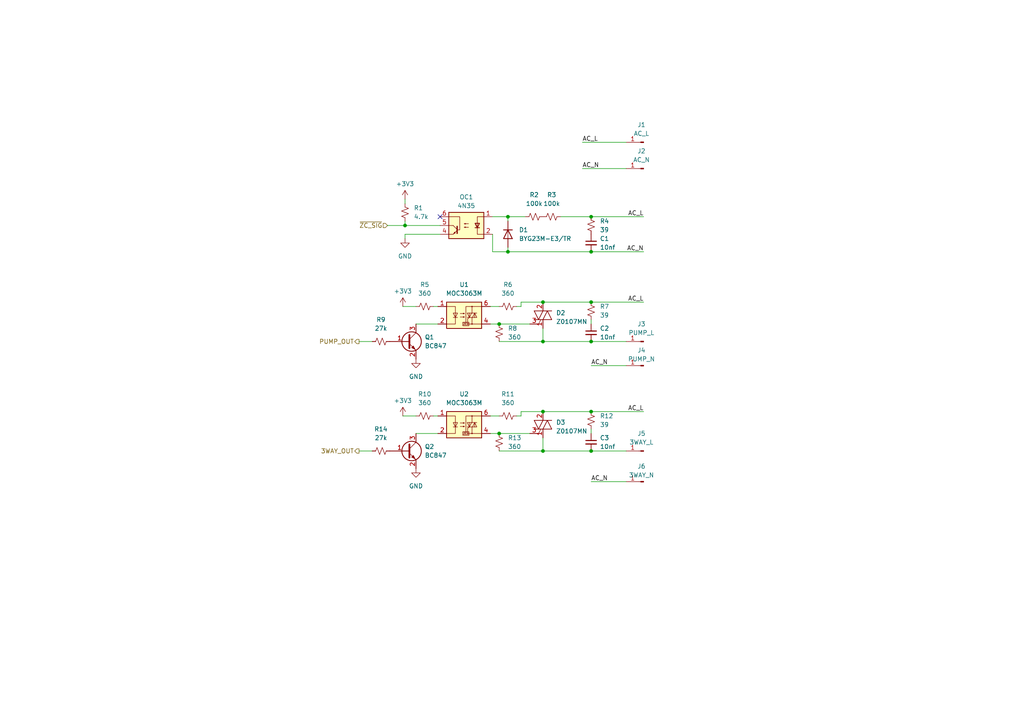
<source format=kicad_sch>
(kicad_sch (version 20231120) (generator "eeschema") (generator_version "8.0")
  (paper "A4")
  (lib_symbols
    (symbol "Connector:Conn_01x01_Pin" (pin_names (offset 1.016) hide)
      (property "Reference" "J" (at 0 2.54 0))
      (property "Value" "Conn_01x01_Pin" (at 0 -2.54 0))
      (symbol "Conn_01x01_Pin_1_1"
        (polyline (pts (xy 1.27 0) (xy 0.8636 0)) (stroke (width 0.1524)))
        (rectangle (start 0.8636 0.127) (end 0 -0.127) (stroke (width 0.1524)) (fill (type outline)))
        (pin passive line (at 5.08 0 180) (length 3.81) (name "Pin_1") (number "1"))
      )
    )
    (symbol "Device:C_Small" (pin_numbers hide) (pin_names (offset 0.254) hide)
      (property "Reference" "C" (at 0.254 1.778 0))
      (property "Value" "C_Small" (at 0.254 -2.032 0))
      (symbol "C_Small_0_1"
        (polyline (pts (xy -1.524 -0.508) (xy 1.524 -0.508)) (stroke (width 0.3302)))
        (polyline (pts (xy -1.524 0.508) (xy 1.524 0.508)) (stroke (width 0.3048)))
      )
      (symbol "C_Small_1_1"
        (pin passive line (at 0 2.54 270) (length 2.032) (name "~") (number "1"))
        (pin passive line (at 0 -2.54 90) (length 2.032) (name "~") (number "2"))
      )
    )
    (symbol "Device:R_Small_US" (pin_numbers hide) (pin_names (offset 0.254) hide)
      (property "Reference" "R" (at 0.762 0.508 0))
      (property "Value" "R_Small_US" (at 0.762 -1.016 0))
      (symbol "R_Small_US_1_1"
        (polyline (pts (xy 0 0) (xy 1.016 -0.381) (xy 0 -0.762) (xy -1.016 -1.143) (xy 0 -1.524)))
        (polyline (pts (xy 0 1.524) (xy 1.016 1.143) (xy 0 0.762) (xy -1.016 0.381) (xy 0 0)))
        (pin passive line (at 0 2.54 270) (length 1.016) (name "~") (number "1"))
        (pin passive line (at 0 -2.54 90) (length 1.016) (name "~") (number "2"))
      )
    )
    (symbol "Diode:1N4007" (pin_numbers hide) (pin_names hide)
      (property "Reference" "D" (at 0 2.54 0))
      (property "Value" "1N4007" (at 0 -2.54 0))
      (symbol "1N4007_0_1"
        (polyline (pts (xy -1.27 1.27) (xy -1.27 -1.27)) (stroke (width 0.254)))
        (polyline (pts (xy 1.27 0) (xy -1.27 0)))
        (polyline (pts (xy 1.27 1.27) (xy 1.27 -1.27) (xy -1.27 0) (xy 1.27 1.27)) (stroke (width 0.254)))
      )
      (symbol "1N4007_1_1"
        (pin passive line (at -3.81 0 0) (length 2.54) (name "K") (number "1"))
        (pin passive line (at 3.81 0 180) (length 2.54) (name "A") (number "2"))
      )
    )
    (symbol "Isolator:4N35" (pin_names (offset 1.016))
      (property "Reference" "U" (at -5.08 5.08 0))
      (property "Value" "4N35" (at 0 5.08 0))
      (symbol "4N35_0_1"
        (rectangle (start -5.08 3.81) (end 5.08 -3.81) (stroke (width 0.254)) (fill (type background)))
        (polyline (pts (xy -3.81 -0.635) (xy -2.54 -0.635)) (stroke (width 0.254)))
        (polyline (pts (xy 2.667 -1.397) (xy 3.81 -2.54)))
        (polyline (pts (xy 2.667 -1.143) (xy 3.81 0)))
        (polyline (pts (xy 3.81 -2.54) (xy 5.08 -2.54)))
        (polyline (pts (xy 3.81 0) (xy 5.08 0)))
        (polyline (pts (xy 2.667 -0.254) (xy 2.667 -2.286) (xy 2.667 -2.286)) (stroke (width 0.3556)))
        (polyline (pts (xy -5.08 -2.54) (xy -3.175 -2.54) (xy -3.175 2.54) (xy -5.08 2.54)))
        (polyline (pts (xy -3.175 -0.635) (xy -3.81 0.635) (xy -2.54 0.635) (xy -3.175 -0.635)) (stroke (width 0.254)))
        (polyline (pts (xy 3.683 -2.413) (xy 3.429 -1.905) (xy 3.175 -2.159) (xy 3.683 -2.413)))
        (polyline (pts (xy 5.08 2.54) (xy 1.905 2.54) (xy 1.905 -1.27) (xy 2.54 -1.27)))
        (polyline (pts (xy -0.635 -0.508) (xy 0.635 -0.508) (xy 0.254 -0.635) (xy 0.254 -0.381) (xy 0.635 -0.508)))
        (polyline (pts (xy -0.635 0.508) (xy 0.635 0.508) (xy 0.254 0.381) (xy 0.254 0.635) (xy 0.635 0.508)))
      )
      (symbol "4N35_1_1"
        (pin passive line (at -7.62 2.54 0) (length 2.54) (name "~") (number "1"))
        (pin passive line (at -7.62 -2.54 0) (length 2.54) (name "~") (number "2"))
        (pin no_connect line (at -5.08 0 0) (length 2.54) hide (name "NC") (number "3"))
        (pin passive line (at 7.62 -2.54 180) (length 2.54) (name "~") (number "4"))
        (pin passive line (at 7.62 0 180) (length 2.54) (name "~") (number "5"))
        (pin passive line (at 7.62 2.54 180) (length 2.54) (name "~") (number "6"))
      )
    )
    (symbol "Relay_SolidState:MOC3063M"
      (property "Reference" "U" (at -5.08 5.08 0))
      (property "Value" "MOC3063M" (at 0 5.08 0))
      (symbol "MOC3063M_0_0"
        (rectangle (start -0.381 -2.032) (end 1.397 -3.048))
        (polyline (pts (xy 2.286 -2.54) (xy 1.397 -2.54)))
        (polyline (pts (xy 1.524 -0.635) (xy 1.016 -1.016) (xy 1.016 -2.032)))
        (text "ZCD" (at 0.508 -2.54 0) (effects (font (size 0.508 0.508))))
      )
      (symbol "MOC3063M_0_1"
        (rectangle (start -5.08 3.81) (end 5.08 -3.81) (stroke (width 0.254)) (fill (type background)))
        (polyline (pts (xy -3.175 -0.635) (xy -1.905 -0.635)))
        (polyline (pts (xy 1.524 -0.635) (xy 1.524 0.635)))
        (polyline (pts (xy 3.048 0.635) (xy 3.048 -0.635)))
        (polyline (pts (xy 2.286 -0.635) (xy 2.286 -2.54) (xy 5.08 -2.54)))
        (polyline (pts (xy 2.286 0.635) (xy 2.286 2.54) (xy 5.08 2.54)))
        (polyline (pts (xy 2.286 2.54) (xy 0.508 2.54) (xy 0.508 -2.032)))
        (polyline (pts (xy -5.08 2.54) (xy -2.54 2.54) (xy -2.54 -2.54) (xy -5.08 -2.54)))
        (polyline (pts (xy -2.54 -0.635) (xy -3.175 0.635) (xy -1.905 0.635) (xy -2.54 -0.635)))
        (polyline (pts (xy 0.889 -0.635) (xy 3.683 -0.635) (xy 3.048 0.635) (xy 2.413 -0.635)))
        (polyline (pts (xy 3.683 0.635) (xy 0.889 0.635) (xy 1.524 -0.635) (xy 2.159 0.635)))
        (polyline (pts (xy -1.143 -0.508) (xy 0.127 -0.508) (xy -0.254 -0.635) (xy -0.254 -0.381) (xy 0.127 -0.508)))
        (polyline (pts (xy -1.143 0.508) (xy 0.127 0.508) (xy -0.254 0.381) (xy -0.254 0.635) (xy 0.127 0.508)))
        (circle (center 2.286 -2.54) (radius 0.127))
        (circle (center 2.286 2.54) (radius 0.127))
      )
      (symbol "MOC3063M_1_1"
        (pin passive line (at -7.62 2.54 0) (length 2.54) (name "~") (number "1"))
        (pin passive line (at -7.62 -2.54 0) (length 2.54) (name "~") (number "2"))
        (pin no_connect line (at -5.08 0 0) (length 2.54) hide (name "NC") (number "3"))
        (pin passive line (at 7.62 -2.54 180) (length 2.54) (name "~") (number "4"))
        (pin no_connect line (at 5.08 0 180) (length 2.54) hide (name "NC") (number "5"))
        (pin passive line (at 7.62 2.54 180) (length 2.54) (name "~") (number "6"))
      )
    )
    (symbol "Transistor_BJT:BC847" (pin_names (offset 0) hide)
      (property "Reference" "Q" (at 5.08 1.905 0))
      (property "Value" "BC847" (at 5.08 0 0))
      (symbol "BC847_0_1"
        (polyline (pts (xy 0.635 0.635) (xy 2.54 2.54)))
        (polyline (pts (xy 0.635 -0.635) (xy 2.54 -2.54) (xy 2.54 -2.54)))
        (polyline (pts (xy 0.635 1.905) (xy 0.635 -1.905) (xy 0.635 -1.905)) (stroke (width 0.508)))
        (polyline (pts (xy 1.27 -1.778) (xy 1.778 -1.27) (xy 2.286 -2.286) (xy 1.27 -1.778) (xy 1.27 -1.778)) (fill (type outline)))
        (circle (center 1.27 0) (radius 2.8194) (stroke (width 0.254)))
      )
      (symbol "BC847_1_1"
        (pin input line (at -5.08 0 0) (length 5.715) (name "B") (number "1"))
        (pin passive line (at 2.54 -5.08 90) (length 2.54) (name "E") (number "2"))
        (pin passive line (at 2.54 5.08 270) (length 2.54) (name "C") (number "3"))
      )
    )
    (symbol "Triac_Thyristor:Z0107MN" (pin_names (offset 0) hide)
      (property "Reference" "D" (at 3.175 0.635 0))
      (property "Value" "Z0107MN" (at 3.175 -1.27 0))
      (symbol "Z0107MN_0_1"
        (polyline (pts (xy -2.54 -1.27) (xy 2.54 -1.27)) (stroke (width 0.2032)))
        (polyline (pts (xy -2.54 1.27) (xy 2.54 1.27)) (stroke (width 0.2032)))
        (polyline (pts (xy -1.27 -2.54) (xy -0.635 -1.27)))
        (polyline (pts (xy -2.54 1.27) (xy -1.27 -1.27) (xy 0 1.27)) (stroke (width 0.2032)))
        (polyline (pts (xy 0 -1.27) (xy 1.27 1.27) (xy 2.54 -1.27)) (stroke (width 0.2032)))
      )
      (symbol "Z0107MN_1_1"
        (pin passive line (at 0 -3.81 90) (length 2.54) (name "A1") (number "1"))
        (pin passive line (at 0 3.81 270) (length 2.54) (name "A2") (number "2"))
        (pin input line (at -3.81 -2.54 0) (length 2.54) (name "G") (number "3"))
        (pin passive line (at 0 3.81 270) (length 2.54) hide (name "A4") (number "4"))
      )
    )
    (symbol "power:+3V3" (power) (pin_names (offset 0))
      (property "Value" "+3V3" (at 0 3.556 0))
      (symbol "+3V3_0_1"
        (polyline (pts (xy -0.762 1.27) (xy 0 2.54)))
        (polyline (pts (xy 0 0) (xy 0 2.54)))
        (polyline (pts (xy 0 2.54) (xy 0.762 1.27)))
      )
      (symbol "+3V3_1_1"
        (pin power_in line (at 0 0 90) (length 0) hide (name "+3V3") (number "1"))
      )
    )
    (symbol "power:GND" (power) (pin_names (offset 0))
      (property "Value" "GND" (at 0 -3.81 0))
      (symbol "GND_0_1"
        (polyline (pts (xy 0 0) (xy 0 -1.27) (xy 1.27 -1.27) (xy 0 -2.54) (xy -1.27 -1.27) (xy 0 -1.27)))
      )
      (symbol "GND_1_1"
        (pin power_in line (at 0 0 270) (length 0) hide (name "GND") (number "1"))
      )
    )
  )
  (junction (at 144.78 125.73))
  (junction (at 147.32 73.025))
  (junction (at 171.45 130.81))
  (junction (at 157.48 130.81))
  (junction (at 117.475 65.405))
  (junction (at 171.45 99.06))
  (junction (at 144.78 93.98))
  (junction (at 171.45 87.63))
  (junction (at 171.45 119.38))
  (junction (at 171.45 62.865))
  (junction (at 157.48 99.06))
  (junction (at 157.48 87.63))
  (junction (at 171.45 73.025))
  (junction (at 147.32 62.865))
  (junction (at 157.48 119.38))
  (no_connect (at 127.635 62.865))
  (wire (pts (xy 157.48 99.06) (xy 171.45 99.06)))
  (wire (pts (xy 171.45 92.71) (xy 171.45 93.98)))
  (wire (pts (xy 162.56 62.865) (xy 171.45 62.865)))
  (wire (pts (xy 142.875 67.945) (xy 142.875 73.025)))
  (wire (pts (xy 171.45 139.7) (xy 181.61 139.7)))
  (wire (pts (xy 147.32 73.025) (xy 171.45 73.025)))
  (wire (pts (xy 171.45 99.06) (xy 181.61 99.06)))
  (wire (pts (xy 116.84 120.65) (xy 120.65 120.65)))
  (wire (pts (xy 117.475 57.785) (xy 117.475 59.055)))
  (wire (pts (xy 117.475 64.135) (xy 117.475 65.405)))
  (wire (pts (xy 144.78 99.06) (xy 157.48 99.06)))
  (wire (pts (xy 147.32 71.755) (xy 147.32 73.025)))
  (wire (pts (xy 125.73 120.65) (xy 127 120.65)))
  (wire (pts (xy 142.24 88.9) (xy 144.78 88.9)))
  (wire (pts (xy 171.45 73.025) (xy 186.69 73.025)))
  (wire (pts (xy 147.32 62.865) (xy 152.4 62.865)))
  (wire (pts (xy 142.24 125.73) (xy 144.78 125.73)))
  (wire (pts (xy 142.875 73.025) (xy 147.32 73.025)))
  (wire (pts (xy 171.45 130.81) (xy 181.61 130.81)))
  (wire (pts (xy 157.48 127) (xy 157.48 130.81)))
  (wire (pts (xy 125.73 88.9) (xy 127 88.9)))
  (wire (pts (xy 117.475 67.945) (xy 127.635 67.945)))
  (wire (pts (xy 157.48 119.38) (xy 171.45 119.38)))
  (wire (pts (xy 120.65 88.9) (xy 116.84 88.9)))
  (wire (pts (xy 104.14 99.06) (xy 107.95 99.06)))
  (wire (pts (xy 157.48 130.81) (xy 171.45 130.81)))
  (wire (pts (xy 168.91 48.895) (xy 181.61 48.895)))
  (wire (pts (xy 149.86 88.9) (xy 151.13 88.9)))
  (wire (pts (xy 147.32 64.135) (xy 147.32 62.865)))
  (wire (pts (xy 171.45 119.38) (xy 186.69 119.38)))
  (wire (pts (xy 151.13 87.63) (xy 157.48 87.63)))
  (wire (pts (xy 117.475 67.945) (xy 117.475 69.215)))
  (wire (pts (xy 120.65 125.73) (xy 127 125.73)))
  (wire (pts (xy 151.13 119.38) (xy 157.48 119.38)))
  (wire (pts (xy 171.45 62.865) (xy 186.69 62.865)))
  (wire (pts (xy 157.48 87.63) (xy 171.45 87.63)))
  (wire (pts (xy 171.45 106.045) (xy 181.61 106.045)))
  (wire (pts (xy 149.86 120.65) (xy 151.13 120.65)))
  (wire (pts (xy 112.395 65.405) (xy 117.475 65.405)))
  (wire (pts (xy 151.13 88.9) (xy 151.13 87.63)))
  (wire (pts (xy 120.65 93.98) (xy 127 93.98)))
  (wire (pts (xy 171.45 124.46) (xy 171.45 125.73)))
  (wire (pts (xy 104.14 130.81) (xy 107.95 130.81)))
  (wire (pts (xy 142.875 62.865) (xy 147.32 62.865)))
  (wire (pts (xy 168.91 41.275) (xy 181.61 41.275)))
  (wire (pts (xy 117.475 65.405) (xy 127.635 65.405)))
  (wire (pts (xy 144.78 130.81) (xy 157.48 130.81)))
  (wire (pts (xy 144.78 125.73) (xy 153.67 125.73)))
  (wire (pts (xy 142.24 93.98) (xy 144.78 93.98)))
  (wire (pts (xy 151.13 120.65) (xy 151.13 119.38)))
  (wire (pts (xy 144.78 120.65) (xy 142.24 120.65)))
  (wire (pts (xy 144.78 93.98) (xy 153.67 93.98)))
  (wire (pts (xy 171.45 87.63) (xy 186.69 87.63)))
  (wire (pts (xy 157.48 95.25) (xy 157.48 99.06)))
  (label "AC_N" (at 168.91 48.895 0))
  (label "AC_N" (at 171.45 106.045 0))
  (label "AC_N" (at 171.45 139.7 0))
  (label "AC_N" (at 186.69 73.025 180))
  (label "AC_L" (at 186.69 62.865 180))
  (label "AC_L" (at 186.69 87.63 180))
  (label "AC_L" (at 186.69 119.38 180))
  (label "AC_L" (at 168.91 41.275 0))
  (hierarchical_label "3WAY_OUT" (shape output) (at 104.14 130.81 180))
  (hierarchical_label "PUMP_OUT" (shape output) (at 104.14 99.06 180))
  (hierarchical_label "~{ZC_SIG}" (shape input) (at 112.395 65.405 180))
  (symbol (lib_id "Device:R_Small_US") (at 147.32 120.65 90) (unit 1)
    (property "Reference" "R11" (at 147.32 114.3 90))
    (property "Value" "360" (at 147.32 116.84 90))
    (property "Footprint" "Resistor_SMD:R_2512_6332Metric" (effects (hide yes)))
  )
  (symbol (lib_id "Diode:1N4007") (at 147.32 67.945 270) (unit 1)
    (property "Reference" "D1" (at 150.495 66.675 90) (effects (justify left)))
    (property "Value" "BYG23M-E3/TR" (at 150.495 69.215 90) (effects (justify left)))
    (property "Footprint" "Diode_SMD:D_SMA" (effects (hide yes)))
    (property "Datasheet" "http://www.vishay.com/docs/88503/1n4001.pdf" (effects (hide yes)))
    (property "Sim.Device" "D" (effects (hide yes)))
    (property "Sim.Pins" "1=K 2=A" (effects (hide yes)))
  )
  (symbol (lib_id "Connector:Conn_01x01_Pin") (at 186.69 130.81 180) (unit 1)
    (property "Reference" "J5" (at 186.055 125.73 0))
    (property "Value" "3WAY_L" (at 186.055 128.27 0))
    (property "Footprint" "Footprints:Quick Disconnect" (effects (hide yes)))
  )
  (symbol (lib_id "Triac_Thyristor:Z0107MN") (at 157.48 123.19 0) (unit 1)
    (property "Reference" "D3" (at 161.29 122.5042 0) (effects (justify left)))
    (property "Value" "Z0107MN" (at 161.29 125.0442 0) (effects (justify left)))
    (property "Footprint" "Package_TO_SOT_SMD:SOT-223" (effects (hide yes)))
    (property "Datasheet" "http://www.st.com/resource/en/datasheet/z01.pdf" (effects (hide yes)))
  )
  (symbol (lib_id "Device:R_Small_US") (at 160.02 62.865 90) (unit 1)
    (property "Reference" "R3" (at 160.02 56.515 90))
    (property "Value" "100k" (at 160.02 59.055 90))
    (property "Footprint" "Resistor_SMD:R_2512_6332Metric" (effects (hide yes)))
  )
  (symbol (lib_id "Transistor_BJT:BC847") (at 118.11 130.81 0) (unit 1)
    (property "Reference" "Q2" (at 123.19 129.54 0) (effects (justify left)))
    (property "Value" "BC847" (at 123.19 132.08 0) (effects (justify left)))
    (property "Footprint" "Package_TO_SOT_SMD:SOT-23" (effects (hide yes)))
    (property "Datasheet" "http://www.infineon.com/dgdl/Infineon-BC847SERIES_BC848SERIES_BC849SERIES_BC850SERIES-DS-v01_01-en.pdf?fileId=db3a304314dca389011541d4630a1657" (effects (hide yes)))
  )
  (symbol (lib_id "power:+3V3") (at 117.475 57.785 0) (unit 1)
    (property "Reference" "#PWR01" (effects (hide yes)))
    (property "Value" "+3V3" (at 117.475 53.34 0))
  )
  (symbol (lib_id "Relay_SolidState:MOC3063M") (at 134.62 123.19 0) (unit 1)
    (property "Reference" "U2" (at 134.62 114.3 0))
    (property "Value" "MOC3063M" (at 134.62 116.84 0))
    (property "Footprint" "Package_DIP:DIP-6_W7.62mm_LongPads" (effects (hide yes)))
    (property "Datasheet" "https://www.onsemi.com/pub/Collateral/MOC3163M-D.pdf" (effects (hide yes)))
  )
  (symbol (lib_id "power:GND") (at 120.65 135.89 0) (unit 1)
    (property "Reference" "#PWR06" (effects (hide yes)))
    (property "Value" "GND" (at 120.65 140.97 0))
  )
  (symbol (lib_id "Connector:Conn_01x01_Pin") (at 186.69 99.06 180) (unit 1)
    (property "Reference" "J3" (at 186.055 93.98 0))
    (property "Value" "PUMP_L" (at 186.055 96.52 0))
    (property "Footprint" "Footprints:Quick Disconnect" (effects (hide yes)))
  )
  (symbol (lib_id "Connector:Conn_01x01_Pin") (at 186.69 106.045 180) (unit 1)
    (property "Reference" "J4" (at 186.055 101.6 0))
    (property "Value" "PUMP_N" (at 186.055 104.14 0))
    (property "Footprint" "Footprints:Quick Disconnect" (effects (hide yes)))
  )
  (symbol (lib_id "Connector:Conn_01x01_Pin") (at 186.69 139.7 180) (unit 1)
    (property "Reference" "J6" (at 186.055 135.255 0))
    (property "Value" "3WAY_N" (at 186.055 137.795 0))
    (property "Footprint" "Footprints:Quick Disconnect" (effects (hide yes)))
  )
  (symbol (lib_id "Device:C_Small") (at 171.45 128.27 0) (unit 1)
    (property "Reference" "C3" (at 173.99 127 0) (effects (justify left)))
    (property "Value" "10nf" (at 173.99 129.54 0) (effects (justify left)))
    (property "Footprint" "Capacitor_SMD:C_1206_3216Metric" (effects (hide yes)))
  )
  (symbol (lib_id "power:GND") (at 120.65 104.14 0) (unit 1)
    (property "Reference" "#PWR04" (effects (hide yes)))
    (property "Value" "GND" (at 120.65 109.22 0))
  )
  (symbol (lib_id "Device:R_Small_US") (at 171.45 65.405 180) (unit 1)
    (property "Reference" "R4" (at 173.99 64.135 0) (effects (justify right)))
    (property "Value" "39" (at 173.99 66.675 0) (effects (justify right)))
    (property "Footprint" "Resistor_SMD:R_2512_6332Metric" (effects (hide yes)))
  )
  (symbol (lib_id "Device:R_Small_US") (at 144.78 128.27 180) (unit 1)
    (property "Reference" "R13" (at 147.32 127 0) (effects (justify right)))
    (property "Value" "360" (at 147.32 129.54 0) (effects (justify right)))
    (property "Footprint" "Resistor_SMD:R_2512_6332Metric" (effects (hide yes)))
  )
  (symbol (lib_id "Device:R_Small_US") (at 144.78 96.52 180) (unit 1)
    (property "Reference" "R8" (at 147.32 95.25 0) (effects (justify right)))
    (property "Value" "360" (at 147.32 97.79 0) (effects (justify right)))
    (property "Footprint" "Resistor_SMD:R_2512_6332Metric" (effects (hide yes)))
  )
  (symbol (lib_id "Triac_Thyristor:Z0107MN") (at 157.48 91.44 0) (unit 1)
    (property "Reference" "D2" (at 161.29 90.7542 0) (effects (justify left)))
    (property "Value" "Z0107MN" (at 161.29 93.2942 0) (effects (justify left)))
    (property "Footprint" "Package_TO_SOT_SMD:SOT-223" (effects (hide yes)))
    (property "Datasheet" "http://www.st.com/resource/en/datasheet/z01.pdf" (effects (hide yes)))
  )
  (symbol (lib_id "Device:R_Small_US") (at 123.19 88.9 270) (unit 1)
    (property "Reference" "R5" (at 123.19 82.55 90))
    (property "Value" "360" (at 123.19 85.09 90))
    (property "Footprint" "Resistor_SMD:R_0603_1608Metric" (effects (hide yes)))
  )
  (symbol (lib_id "Device:C_Small") (at 171.45 96.52 0) (unit 1)
    (property "Reference" "C2" (at 173.99 95.25 0) (effects (justify left)))
    (property "Value" "10nf" (at 173.99 97.79 0) (effects (justify left)))
    (property "Footprint" "Capacitor_SMD:C_1206_3216Metric" (effects (hide yes)))
  )
  (symbol (lib_id "Device:R_Small_US") (at 110.49 99.06 270) (unit 1)
    (property "Reference" "R9" (at 110.49 92.71 90))
    (property "Value" "27k" (at 110.49 95.25 90))
    (property "Footprint" "Resistor_SMD:R_0603_1608Metric" (effects (hide yes)))
  )
  (symbol (lib_id "Device:R_Small_US") (at 110.49 130.81 270) (unit 1)
    (property "Reference" "R14" (at 110.49 124.46 90))
    (property "Value" "27k" (at 110.49 127 90))
    (property "Footprint" "Resistor_SMD:R_0603_1608Metric" (effects (hide yes)))
  )
  (symbol (lib_id "power:+3V3") (at 116.84 120.65 0) (unit 1)
    (property "Reference" "#PWR05" (effects (hide yes)))
    (property "Value" "+3V3" (at 116.84 116.205 0))
  )
  (symbol (lib_id "Transistor_BJT:BC847") (at 118.11 99.06 0) (unit 1)
    (property "Reference" "Q1" (at 123.19 97.79 0) (effects (justify left)))
    (property "Value" "BC847" (at 123.19 100.33 0) (effects (justify left)))
    (property "Footprint" "Package_TO_SOT_SMD:SOT-23" (effects (hide yes)))
    (property "Datasheet" "http://www.infineon.com/dgdl/Infineon-BC847SERIES_BC848SERIES_BC849SERIES_BC850SERIES-DS-v01_01-en.pdf?fileId=db3a304314dca389011541d4630a1657" (effects (hide yes)))
  )
  (symbol (lib_id "power:+3V3") (at 116.84 88.9 0) (unit 1)
    (property "Reference" "#PWR03" (effects (hide yes)))
    (property "Value" "+3V3" (at 116.84 84.455 0))
  )
  (symbol (lib_id "Relay_SolidState:MOC3063M") (at 134.62 91.44 0) (unit 1)
    (property "Reference" "U1" (at 134.62 82.55 0))
    (property "Value" "MOC3063M" (at 134.62 85.09 0))
    (property "Footprint" "Package_DIP:DIP-6_W7.62mm_LongPads" (effects (hide yes)))
    (property "Datasheet" "https://www.onsemi.com/pub/Collateral/MOC3163M-D.pdf" (effects (hide yes)))
  )
  (symbol (lib_id "Device:C_Small") (at 171.45 70.485 0) (unit 1)
    (property "Reference" "C1" (at 173.99 69.215 0) (effects (justify left)))
    (property "Value" "10nf" (at 173.99 71.755 0) (effects (justify left)))
    (property "Footprint" "Capacitor_SMD:C_1206_3216Metric" (effects (hide yes)))
  )
  (symbol (lib_id "Device:R_Small_US") (at 117.475 61.595 180) (unit 1)
    (property "Reference" "R1" (at 120.015 60.325 0) (effects (justify right)))
    (property "Value" "4.7k" (at 120.015 62.865 0) (effects (justify right)))
    (property "Footprint" "Resistor_SMD:R_0603_1608Metric" (effects (hide yes)))
  )
  (symbol (lib_id "Device:R_Small_US") (at 171.45 90.17 180) (unit 1)
    (property "Reference" "R7" (at 173.99 88.9 0) (effects (justify right)))
    (property "Value" "39" (at 173.99 91.44 0) (effects (justify right)))
    (property "Footprint" "Resistor_SMD:R_2512_6332Metric" (effects (hide yes)))
  )
  (symbol (lib_id "Connector:Conn_01x01_Pin") (at 186.69 48.895 180) (unit 1)
    (property "Reference" "J2" (at 186.055 43.815 0))
    (property "Value" "AC_N" (at 186.055 46.355 0))
    (property "Footprint" "Footprints:Quick Disconnect" (effects (hide yes)))
  )
  (symbol (lib_id "Device:R_Small_US") (at 123.19 120.65 90) (unit 1)
    (property "Reference" "R10" (at 123.19 114.3 90))
    (property "Value" "360" (at 123.19 116.84 90))
    (property "Footprint" "Resistor_SMD:R_0603_1608Metric" (effects (hide yes)))
  )
  (symbol (lib_id "Device:R_Small_US") (at 147.32 88.9 90) (unit 1)
    (property "Reference" "R6" (at 147.32 82.55 90))
    (property "Value" "360" (at 147.32 85.09 90))
    (property "Footprint" "Resistor_SMD:R_2512_6332Metric" (effects (hide yes)))
  )
  (symbol (lib_id "Isolator:4N35") (at 135.255 65.405 0) (mirror y) (unit 1)
    (property "Reference" "OC1" (at 135.255 57.15 0))
    (property "Value" "4N35" (at 135.255 59.69 0))
    (property "Footprint" "Package_DIP:SMDIP-6_W7.62mm" (effects (hide yes)))
    (property "Datasheet" "https://www.vishay.com/docs/81181/4n35.pdf" (effects (hide yes)))
    (property "Sim.Device" "D" (effects (hide yes)))
    (property "Sim.Pins" "1=A 2=K" (effects (hide yes)))
  )
  (symbol (lib_id "Connector:Conn_01x01_Pin") (at 186.69 41.275 180) (unit 1)
    (property "Reference" "J1" (at 186.055 36.195 0))
    (property "Value" "AC_L" (at 186.055 38.735 0))
    (property "Footprint" "Footprints:Quick Disconnect" (effects (hide yes)))
  )
  (symbol (lib_id "power:GND") (at 117.475 69.215 0) (unit 1)
    (property "Reference" "#PWR02" (effects (hide yes)))
    (property "Value" "GND" (at 117.475 74.295 0))
  )
  (symbol (lib_id "Device:R_Small_US") (at 154.94 62.865 90) (unit 1)
    (property "Reference" "R2" (at 154.94 56.515 90))
    (property "Value" "100k" (at 154.94 59.055 90))
    (property "Footprint" "Resistor_SMD:R_2512_6332Metric" (effects (hide yes)))
  )
  (symbol (lib_id "Device:R_Small_US") (at 171.45 121.92 180) (unit 1)
    (property "Reference" "R12" (at 173.99 120.65 0) (effects (justify right)))
    (property "Value" "39" (at 173.99 123.19 0) (effects (justify right)))
    (property "Footprint" "Resistor_SMD:R_2512_6332Metric" (effects (hide yes)))
  )
)
</source>
